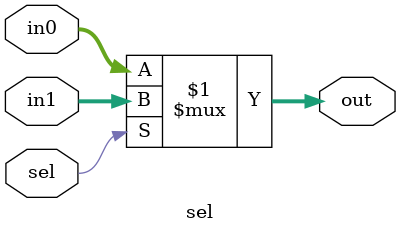
<source format=v>
module sel(in0, in1, sel, out);
	input wire [23:0] in0, in1;
	input wire sel;
	output wire [23:0] out;

	assign out = (sel) ? in1:in0;
endmodule


</source>
